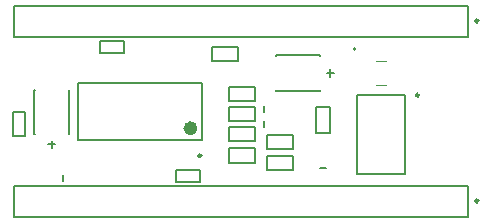
<source format=gbr>
%TF.GenerationSoftware,Altium Limited,Altium Designer,21.4.1 (30)*%
G04 Layer_Color=32896*
%FSLAX45Y45*%
%MOMM*%
%TF.SameCoordinates,CCA80653-F6CA-46C6-945C-E97865854BA3*%
%TF.FilePolarity,Positive*%
%TF.FileFunction,Legend,Bot*%
%TF.Part,Single*%
G01*
G75*
%TA.AperFunction,NonConductor*%
%ADD56C,0.20000*%
%ADD57C,0.25000*%
%ADD58C,0.60000*%
%ADD59C,0.15000*%
%ADD60C,0.10000*%
D56*
X2726901Y1292199D02*
G03*
X2746901Y1292199I10000J0D01*
G01*
D02*
G03*
X2726901Y1292199I-10000J0D01*
G01*
X271400Y178200D02*
Y228197D01*
X1973200Y635400D02*
Y685397D01*
Y762400D02*
Y812397D01*
X2504023Y1089660D02*
X2564023D01*
X2534021Y1059658D02*
Y1119657D01*
X2074022Y939658D02*
Y945657D01*
Y1233658D02*
Y1239657D01*
X2444018D01*
Y939658D02*
Y945657D01*
Y1233658D02*
Y1239657D01*
X2074022Y939658D02*
X2444018D01*
X24003Y576997D02*
Y946998D01*
X318003Y576997D02*
X324002D01*
X24003D02*
X30002D01*
X324002D02*
Y946998D01*
X318003D02*
X324002D01*
X24003D02*
X30002D01*
X144003Y486999D02*
X204003D01*
X174000Y456997D02*
Y516997D01*
X-145999Y-133502D02*
X3701999D01*
Y133497D01*
X-145999D02*
X3701999D01*
X-145999Y-133502D02*
Y133497D01*
X399004Y522000D02*
Y1002000D01*
X1448999Y522000D02*
Y1002000D01*
X399004D02*
X1448999D01*
X399004Y522000D02*
X1448999D01*
X2449002Y282001D02*
X2498999D01*
X2758999Y236997D02*
X3169001D01*
X2758999Y906998D02*
X3169001D01*
X2758999Y236997D02*
Y906998D01*
X3169001Y236997D02*
Y906998D01*
X-145999Y1390498D02*
X3701999D01*
Y1657497D01*
X-145999D02*
X3701999D01*
X-145999Y1390498D02*
Y1657497D01*
D57*
X3786501Y7499D02*
G03*
X3786501Y7499I-12500J0D01*
G01*
X1441501Y389499D02*
G03*
X1441501Y389499I-12500J0D01*
G01*
X3284001Y901999D02*
G03*
X3284001Y901999I-12500J0D01*
G01*
X3786501Y1531499D02*
G03*
X3786501Y1531499I-12500J0D01*
G01*
D58*
X1379001Y621999D02*
G03*
X1379001Y621999I-30000J0D01*
G01*
D59*
X1674917Y511499D02*
Y631498D01*
Y511499D02*
X1894922D01*
Y631498D01*
X1674917D02*
X1894922D01*
X1674917Y331159D02*
Y451158D01*
Y331159D02*
X1894922D01*
Y451158D01*
X1674917D02*
X1894922D01*
Y854399D02*
Y974398D01*
X1674917D02*
X1894922D01*
X1674917Y854399D02*
Y974398D01*
Y854399D02*
X1894922D01*
Y684219D02*
Y804218D01*
X1674917D02*
X1894922D01*
X1674917Y684219D02*
Y804218D01*
Y684219D02*
X1894922D01*
X1993200Y447999D02*
Y567998D01*
Y447999D02*
X2213204D01*
Y567998D01*
X1993200D02*
X2213204D01*
X1754002Y1191997D02*
Y1311996D01*
X1533997D02*
X1754002D01*
X1533997Y1191997D02*
Y1311996D01*
Y1191997D02*
X1754002D01*
X-156799Y560400D02*
Y763600D01*
X-55199D01*
Y560400D02*
Y763600D01*
X-156799Y560400D02*
X-55199D01*
X1993200Y270199D02*
Y390198D01*
Y270199D02*
X2213204D01*
Y390198D01*
X1993200D02*
X2213204D01*
X582620Y1257300D02*
X785820D01*
X582620D02*
Y1358900D01*
X785820D01*
Y1257300D02*
Y1358900D01*
X1229517Y162560D02*
X1432717D01*
X1229517D02*
Y264160D01*
X1432717D01*
Y162560D02*
Y264160D01*
X2414001Y802000D02*
X2534001D01*
X2414001Y581995D02*
Y802000D01*
Y581995D02*
X2534001D01*
Y802000D01*
D60*
X2916900Y1193698D02*
X3006903D01*
X2916900Y990697D02*
X3006903D01*
%TF.MD5,c4228b046b536b5a8dd5f0865e2ebcaa*%
M02*

</source>
